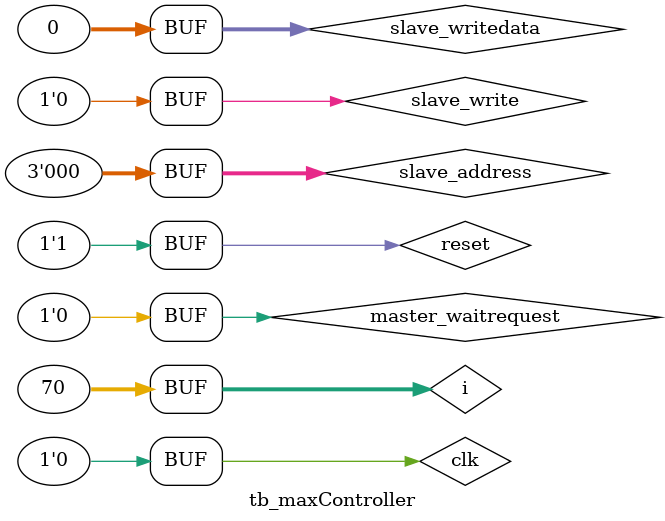
<source format=v>
`timescale 1 ps / 1 ps

module tb_maxController();

  reg clk, reset, slave_read, slave_write, master_waitrequest, master_readdatavalid;
  reg [2:0] slave_address;
  reg [31:0] slave_writedata;
  wire slave_waitrequest, master_read, master_write;
  wire [31:0] slave_readdata, master_address, master_writedata, master_readdata;
  reg [31:0] sdram[0:255];
  integer i;

  maxController DUT(clk, reset, slave_waitrequest, slave_address, slave_read,
              slave_readdata, slave_write, slave_writedata, master_waitrequest,
              master_address, master_read, master_readdata,
              master_write, master_writedata);

  assign master_readdata = sdram[master_address];

  initial begin
    for (i = 1; i < 49; i = i + 1) begin
      sdram[i + 4] = i * 32'b0000_0001_0000_0000_0000_0000_0000_0000;
    end

    // Test
    master_waitrequest = 1'b1;
    reset = 1'b0;
    #10;
    reset = 1'b1;
    #10;

    // word1 = 5
    clk = 1'b1;
    #10;
    slave_address = 3'b001;
    slave_writedata = 32'b0000_0000_0000_0000_0000_0000_0000_0101;
    slave_write = 1'b1;
    clk = 1'b0;
    #10;

    // word2 = 128
    clk = 1'b1;
    #10;
    slave_address = 3'b010;
    slave_writedata = 32'b0000_0000_0000_0000_0000_0000_1000_0000;
    clk = 1'b0;
    #10;

    // word3 = 3
    clk = 1'b1;
    #10;
    slave_address = 3'b011;
    slave_writedata = 32'b0000_0000_0000_0000_0000_0000_0000_0011;
    clk = 1'b0;
    #10;

    // word4 = 4
    clk = 1'b1;
    #10;
    slave_address = 3'b100;
    slave_writedata = 32'b0000_0000_0000_0000_0000_0000_0000_0100;
    clk = 1'b0;
    #10;

    clk = 1'b1;
    #10;
    slave_address = 3'b000;
    slave_writedata = 32'b0;
    clk = 1'b0;
    #10;

    clk = 1'b1;
    #10;
    slave_write = 1'b0;
    clk = 1'b0;
    #10;

    clk = 1'b1;
    #10;
    master_waitrequest = 1'b0;
    clk = 1'b0;
    #10;

    for (i = 0; i < 70; i = i + 1) begin
      clk = 1'b1;
      #10;
      if (master_write)
        sdram[master_address] = master_writedata;
      clk = 1'b0;
      #10;
    end

    // word2 = 144
    clk = 1'b1;
    #10;
    slave_address = 3'b010;
    slave_writedata = 32'b0000_0000_0000_0000_0000_0000_1001_0000;
    slave_write = 1'b1;
    clk = 1'b0;
    #10;

    clk = 1'b1;
    #10;
    slave_address = 3'b000;
    slave_writedata = 32'b0;
    clk = 1'b0;
    #10;

    clk = 1'b1;
    #10;
    slave_write = 1'b0;
    clk = 1'b0;
    #10;

    clk = 1'b1;
    #10;
    master_waitrequest = 1'b0;
    clk = 1'b0;
    #10;

    for (i = 0; i < 70; i = i + 1) begin
      clk = 1'b1;
      #10;
      if (master_write)
        sdram[master_address] = master_writedata;
      clk = 1'b0;
      #10;
    end

  end
endmodule: tb_maxController

</source>
